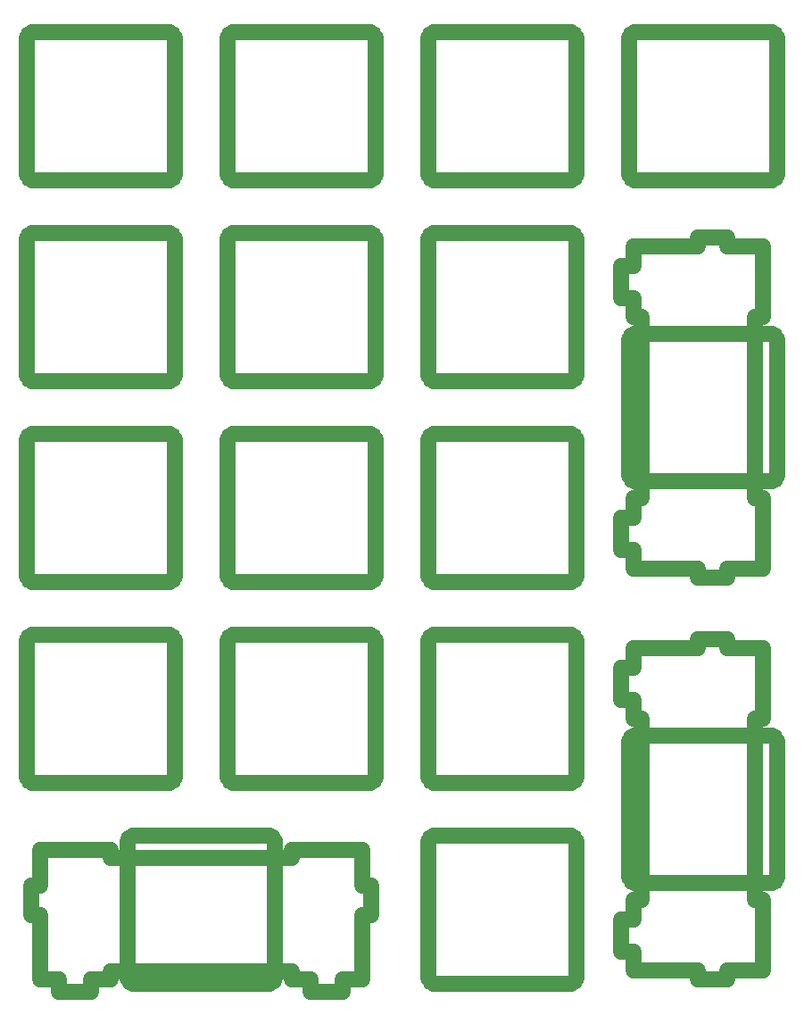
<source format=gbr>
%TF.GenerationSoftware,KiCad,Pcbnew,(6.0.7)*%
%TF.CreationDate,2022-10-13T01:28:40-05:00*%
%TF.ProjectId,Container65PLATE,436f6e74-6169-46e6-9572-3635504c4154,rev?*%
%TF.SameCoordinates,Original*%
%TF.FileFunction,Soldermask,Top*%
%TF.FilePolarity,Negative*%
%FSLAX46Y46*%
G04 Gerber Fmt 4.6, Leading zero omitted, Abs format (unit mm)*
G04 Created by KiCad (PCBNEW (6.0.7)) date 2022-10-13 01:28:40*
%MOMM*%
%LPD*%
G01*
G04 APERTURE LIST*
%ADD10C,1.500000*%
G04 APERTURE END LIST*
D10*
X97637500Y-122093750D02*
G75*
G03*
X98137500Y-121593750I0J500000D01*
G01*
X84137500Y-121593750D02*
G75*
G03*
X84637500Y-122093750I500000J0D01*
G01*
X98137500Y-108593750D02*
G75*
G03*
X97637500Y-108093750I-500000J0D01*
G01*
X84637500Y-108093750D02*
G75*
G03*
X84137500Y-108593750I0J-500000D01*
G01*
X98137500Y-108593750D02*
X98137500Y-121593750D01*
X84137500Y-108593750D02*
X84137500Y-121593750D01*
X84637500Y-122093750D02*
X97637500Y-122093750D01*
X84637500Y-108093750D02*
X97637500Y-108093750D01*
X77827900Y-112807750D02*
X77827900Y-109404150D01*
X78691500Y-112807750D02*
X77827900Y-112807750D01*
X78691500Y-115601750D02*
X78691500Y-112807750D01*
X77827900Y-115601750D02*
X78691500Y-115601750D01*
X77827900Y-121697750D02*
X77827900Y-115601750D01*
X76024500Y-121697750D02*
X77827900Y-121697750D01*
X76024500Y-122866150D02*
X76024500Y-121697750D01*
X72976500Y-122866150D02*
X76024500Y-122866150D01*
X72976500Y-121697750D02*
X72976500Y-122866150D01*
X71173100Y-121697750D02*
X72976500Y-121697750D01*
X71173100Y-120910350D02*
X71173100Y-121697750D01*
X62562500Y-120910350D02*
X71173100Y-120910350D01*
X71173100Y-110216950D02*
X62562500Y-110216950D01*
X71173100Y-109404150D02*
X71173100Y-110216950D01*
X77827900Y-109404150D02*
X71173100Y-109404150D01*
X47297100Y-112807750D02*
X47297100Y-109404150D01*
X46433500Y-112807750D02*
X47297100Y-112807750D01*
X46433500Y-115601750D02*
X46433500Y-112807750D01*
X47297100Y-115601750D02*
X46433500Y-115601750D01*
X47297100Y-121697750D02*
X47297100Y-115601750D01*
X49100500Y-121697750D02*
X47297100Y-121697750D01*
X49100500Y-122866150D02*
X49100500Y-121697750D01*
X52148500Y-122866150D02*
X49100500Y-122866150D01*
X52148500Y-121697750D02*
X52148500Y-122866150D01*
X53951900Y-121697750D02*
X52148500Y-121697750D01*
X53951900Y-120910350D02*
X53951900Y-121697750D01*
X62562500Y-120910350D02*
X53951900Y-120910350D01*
X53951900Y-110216950D02*
X62562500Y-110216950D01*
X53951900Y-109404150D02*
X53951900Y-110216950D01*
X47297100Y-109404150D02*
X53951900Y-109404150D01*
X69062500Y-122093750D02*
G75*
G03*
X69562500Y-121593750I0J500000D01*
G01*
X55562500Y-121593750D02*
G75*
G03*
X56062500Y-122093750I500000J0D01*
G01*
X69562500Y-108593750D02*
G75*
G03*
X69062500Y-108093750I-500000J0D01*
G01*
X56062500Y-108093750D02*
G75*
G03*
X55562500Y-108593750I0J-500000D01*
G01*
X69562500Y-108593750D02*
X69562500Y-121593750D01*
X55562500Y-108593750D02*
X55562500Y-121593750D01*
X56062500Y-122093750D02*
X69062500Y-122093750D01*
X56062500Y-108093750D02*
X69062500Y-108093750D01*
X112473500Y-120834150D02*
X115877100Y-120834150D01*
X112473500Y-121697750D02*
X112473500Y-120834150D01*
X109679500Y-121697750D02*
X112473500Y-121697750D01*
X109679500Y-120834150D02*
X109679500Y-121697750D01*
X103583500Y-120834150D02*
X109679500Y-120834150D01*
X103583500Y-119030750D02*
X103583500Y-120834150D01*
X102415100Y-119030750D02*
X103583500Y-119030750D01*
X102415100Y-115982750D02*
X102415100Y-119030750D01*
X103583500Y-115982750D02*
X102415100Y-115982750D01*
X103583500Y-114179350D02*
X103583500Y-115982750D01*
X104370900Y-114179350D02*
X103583500Y-114179350D01*
X104370900Y-105568750D02*
X104370900Y-114179350D01*
X115064300Y-114179350D02*
X115064300Y-105568750D01*
X115877100Y-114179350D02*
X115064300Y-114179350D01*
X115877100Y-120834150D02*
X115877100Y-114179350D01*
X112473500Y-90303350D02*
X115877100Y-90303350D01*
X112473500Y-89439750D02*
X112473500Y-90303350D01*
X109679500Y-89439750D02*
X112473500Y-89439750D01*
X109679500Y-90303350D02*
X109679500Y-89439750D01*
X103583500Y-90303350D02*
X109679500Y-90303350D01*
X103583500Y-92106750D02*
X103583500Y-90303350D01*
X102415100Y-92106750D02*
X103583500Y-92106750D01*
X102415100Y-95154750D02*
X102415100Y-92106750D01*
X103583500Y-95154750D02*
X102415100Y-95154750D01*
X103583500Y-96958150D02*
X103583500Y-95154750D01*
X104370900Y-96958150D02*
X103583500Y-96958150D01*
X104370900Y-105568750D02*
X104370900Y-96958150D01*
X115064300Y-96958150D02*
X115064300Y-105568750D01*
X115877100Y-96958150D02*
X115064300Y-96958150D01*
X115877100Y-90303350D02*
X115877100Y-96958150D01*
X103187500Y-112068750D02*
G75*
G03*
X103687500Y-112568750I500000J0D01*
G01*
X103687500Y-98568750D02*
G75*
G03*
X103187500Y-99068750I0J-500000D01*
G01*
X116687500Y-112568750D02*
G75*
G03*
X117187500Y-112068750I0J500000D01*
G01*
X117187500Y-99068750D02*
G75*
G03*
X116687500Y-98568750I-500000J0D01*
G01*
X116687500Y-112568750D02*
X103687500Y-112568750D01*
X116687500Y-98568750D02*
X103687500Y-98568750D01*
X103187500Y-99068750D02*
X103187500Y-112068750D01*
X117187500Y-99068750D02*
X117187500Y-112068750D01*
X112473500Y-120834150D02*
X115877100Y-120834150D01*
X112473500Y-121697750D02*
X112473500Y-120834150D01*
X109679500Y-121697750D02*
X112473500Y-121697750D01*
X109679500Y-120834150D02*
X109679500Y-121697750D01*
X103583500Y-120834150D02*
X109679500Y-120834150D01*
X103583500Y-119030750D02*
X103583500Y-120834150D01*
X102415100Y-119030750D02*
X103583500Y-119030750D01*
X102415100Y-115982750D02*
X102415100Y-119030750D01*
X103583500Y-115982750D02*
X102415100Y-115982750D01*
X103583500Y-114179350D02*
X103583500Y-115982750D01*
X104370900Y-114179350D02*
X103583500Y-114179350D01*
X104370900Y-105568750D02*
X104370900Y-114179350D01*
X115064300Y-114179350D02*
X115064300Y-105568750D01*
X115877100Y-114179350D02*
X115064300Y-114179350D01*
X115877100Y-120834150D02*
X115877100Y-114179350D01*
X112473500Y-90303350D02*
X115877100Y-90303350D01*
X112473500Y-89439750D02*
X112473500Y-90303350D01*
X109679500Y-89439750D02*
X112473500Y-89439750D01*
X109679500Y-90303350D02*
X109679500Y-89439750D01*
X103583500Y-90303350D02*
X109679500Y-90303350D01*
X103583500Y-92106750D02*
X103583500Y-90303350D01*
X102415100Y-92106750D02*
X103583500Y-92106750D01*
X102415100Y-95154750D02*
X102415100Y-92106750D01*
X103583500Y-95154750D02*
X102415100Y-95154750D01*
X103583500Y-96958150D02*
X103583500Y-95154750D01*
X104370900Y-96958150D02*
X103583500Y-96958150D01*
X104370900Y-105568750D02*
X104370900Y-96958150D01*
X115064300Y-96958150D02*
X115064300Y-105568750D01*
X115877100Y-96958150D02*
X115064300Y-96958150D01*
X115877100Y-90303350D02*
X115877100Y-96958150D01*
X103187500Y-112068750D02*
G75*
G03*
X103687500Y-112568750I500000J0D01*
G01*
X103687500Y-98568750D02*
G75*
G03*
X103187500Y-99068750I0J-500000D01*
G01*
X116687500Y-112568750D02*
G75*
G03*
X117187500Y-112068750I0J500000D01*
G01*
X117187500Y-99068750D02*
G75*
G03*
X116687500Y-98568750I-500000J0D01*
G01*
X116687500Y-112568750D02*
X103687500Y-112568750D01*
X116687500Y-98568750D02*
X103687500Y-98568750D01*
X103187500Y-99068750D02*
X103187500Y-112068750D01*
X117187500Y-99068750D02*
X117187500Y-112068750D01*
X97637500Y-103043750D02*
G75*
G03*
X98137500Y-102543750I0J500000D01*
G01*
X84137500Y-102543750D02*
G75*
G03*
X84637500Y-103043750I500000J0D01*
G01*
X98137500Y-89543750D02*
G75*
G03*
X97637500Y-89043750I-500000J0D01*
G01*
X84637500Y-89043750D02*
G75*
G03*
X84137500Y-89543750I0J-500000D01*
G01*
X98137500Y-89543750D02*
X98137500Y-102543750D01*
X84137500Y-89543750D02*
X84137500Y-102543750D01*
X84637500Y-103043750D02*
X97637500Y-103043750D01*
X84637500Y-89043750D02*
X97637500Y-89043750D01*
X78587500Y-103043750D02*
G75*
G03*
X79087500Y-102543750I0J500000D01*
G01*
X65087500Y-102543750D02*
G75*
G03*
X65587500Y-103043750I500000J0D01*
G01*
X79087500Y-89543750D02*
G75*
G03*
X78587500Y-89043750I-500000J0D01*
G01*
X65587500Y-89043750D02*
G75*
G03*
X65087500Y-89543750I0J-500000D01*
G01*
X79087500Y-89543750D02*
X79087500Y-102543750D01*
X65087500Y-89543750D02*
X65087500Y-102543750D01*
X65587500Y-103043750D02*
X78587500Y-103043750D01*
X65587500Y-89043750D02*
X78587500Y-89043750D01*
X59537500Y-103043750D02*
G75*
G03*
X60037500Y-102543750I0J500000D01*
G01*
X46037500Y-102543750D02*
G75*
G03*
X46537500Y-103043750I500000J0D01*
G01*
X60037500Y-89543750D02*
G75*
G03*
X59537500Y-89043750I-500000J0D01*
G01*
X46537500Y-89043750D02*
G75*
G03*
X46037500Y-89543750I0J-500000D01*
G01*
X60037500Y-89543750D02*
X60037500Y-102543750D01*
X46037500Y-89543750D02*
X46037500Y-102543750D01*
X46537500Y-103043750D02*
X59537500Y-103043750D01*
X46537500Y-89043750D02*
X59537500Y-89043750D01*
X97637500Y-83993750D02*
G75*
G03*
X98137500Y-83493750I0J500000D01*
G01*
X84137500Y-83493750D02*
G75*
G03*
X84637500Y-83993750I500000J0D01*
G01*
X98137500Y-70493750D02*
G75*
G03*
X97637500Y-69993750I-500000J0D01*
G01*
X84637500Y-69993750D02*
G75*
G03*
X84137500Y-70493750I0J-500000D01*
G01*
X98137500Y-70493750D02*
X98137500Y-83493750D01*
X84137500Y-70493750D02*
X84137500Y-83493750D01*
X84637500Y-83993750D02*
X97637500Y-83993750D01*
X84637500Y-69993750D02*
X97637500Y-69993750D01*
X78587500Y-83993750D02*
G75*
G03*
X79087500Y-83493750I0J500000D01*
G01*
X65087500Y-83493750D02*
G75*
G03*
X65587500Y-83993750I500000J0D01*
G01*
X79087500Y-70493750D02*
G75*
G03*
X78587500Y-69993750I-500000J0D01*
G01*
X65587500Y-69993750D02*
G75*
G03*
X65087500Y-70493750I0J-500000D01*
G01*
X79087500Y-70493750D02*
X79087500Y-83493750D01*
X65087500Y-70493750D02*
X65087500Y-83493750D01*
X65587500Y-83993750D02*
X78587500Y-83993750D01*
X65587500Y-69993750D02*
X78587500Y-69993750D01*
X59537500Y-83993750D02*
G75*
G03*
X60037500Y-83493750I0J500000D01*
G01*
X46037500Y-83493750D02*
G75*
G03*
X46537500Y-83993750I500000J0D01*
G01*
X60037500Y-70493750D02*
G75*
G03*
X59537500Y-69993750I-500000J0D01*
G01*
X46537500Y-69993750D02*
G75*
G03*
X46037500Y-70493750I0J-500000D01*
G01*
X60037500Y-70493750D02*
X60037500Y-83493750D01*
X46037500Y-70493750D02*
X46037500Y-83493750D01*
X46537500Y-83993750D02*
X59537500Y-83993750D01*
X46537500Y-69993750D02*
X59537500Y-69993750D01*
X112473500Y-82734150D02*
X115877100Y-82734150D01*
X112473500Y-83597750D02*
X112473500Y-82734150D01*
X109679500Y-83597750D02*
X112473500Y-83597750D01*
X109679500Y-82734150D02*
X109679500Y-83597750D01*
X103583500Y-82734150D02*
X109679500Y-82734150D01*
X103583500Y-80930750D02*
X103583500Y-82734150D01*
X102415100Y-80930750D02*
X103583500Y-80930750D01*
X102415100Y-77882750D02*
X102415100Y-80930750D01*
X103583500Y-77882750D02*
X102415100Y-77882750D01*
X103583500Y-76079350D02*
X103583500Y-77882750D01*
X104370900Y-76079350D02*
X103583500Y-76079350D01*
X104370900Y-67468750D02*
X104370900Y-76079350D01*
X115064300Y-76079350D02*
X115064300Y-67468750D01*
X115877100Y-76079350D02*
X115064300Y-76079350D01*
X115877100Y-82734150D02*
X115877100Y-76079350D01*
X112473500Y-52203350D02*
X115877100Y-52203350D01*
X112473500Y-51339750D02*
X112473500Y-52203350D01*
X109679500Y-51339750D02*
X112473500Y-51339750D01*
X109679500Y-52203350D02*
X109679500Y-51339750D01*
X103583500Y-52203350D02*
X109679500Y-52203350D01*
X103583500Y-54006750D02*
X103583500Y-52203350D01*
X102415100Y-54006750D02*
X103583500Y-54006750D01*
X102415100Y-57054750D02*
X102415100Y-54006750D01*
X103583500Y-57054750D02*
X102415100Y-57054750D01*
X103583500Y-58858150D02*
X103583500Y-57054750D01*
X104370900Y-58858150D02*
X103583500Y-58858150D01*
X104370900Y-67468750D02*
X104370900Y-58858150D01*
X115064300Y-58858150D02*
X115064300Y-67468750D01*
X115877100Y-58858150D02*
X115064300Y-58858150D01*
X115877100Y-52203350D02*
X115877100Y-58858150D01*
X103187500Y-73968750D02*
G75*
G03*
X103687500Y-74468750I500000J0D01*
G01*
X103687500Y-60468750D02*
G75*
G03*
X103187500Y-60968750I0J-500000D01*
G01*
X116687500Y-74468750D02*
G75*
G03*
X117187500Y-73968750I0J500000D01*
G01*
X117187500Y-60968750D02*
G75*
G03*
X116687500Y-60468750I-500000J0D01*
G01*
X116687500Y-74468750D02*
X103687500Y-74468750D01*
X116687500Y-60468750D02*
X103687500Y-60468750D01*
X103187500Y-60968750D02*
X103187500Y-73968750D01*
X117187500Y-60968750D02*
X117187500Y-73968750D01*
X97637500Y-64943750D02*
G75*
G03*
X98137500Y-64443750I0J500000D01*
G01*
X84137500Y-64443750D02*
G75*
G03*
X84637500Y-64943750I500000J0D01*
G01*
X98137500Y-51443750D02*
G75*
G03*
X97637500Y-50943750I-500000J0D01*
G01*
X84637500Y-50943750D02*
G75*
G03*
X84137500Y-51443750I0J-500000D01*
G01*
X98137500Y-51443750D02*
X98137500Y-64443750D01*
X84137500Y-51443750D02*
X84137500Y-64443750D01*
X84637500Y-64943750D02*
X97637500Y-64943750D01*
X84637500Y-50943750D02*
X97637500Y-50943750D01*
X78587500Y-64943750D02*
G75*
G03*
X79087500Y-64443750I0J500000D01*
G01*
X65087500Y-64443750D02*
G75*
G03*
X65587500Y-64943750I500000J0D01*
G01*
X79087500Y-51443750D02*
G75*
G03*
X78587500Y-50943750I-500000J0D01*
G01*
X65587500Y-50943750D02*
G75*
G03*
X65087500Y-51443750I0J-500000D01*
G01*
X79087500Y-51443750D02*
X79087500Y-64443750D01*
X65087500Y-51443750D02*
X65087500Y-64443750D01*
X65587500Y-64943750D02*
X78587500Y-64943750D01*
X65587500Y-50943750D02*
X78587500Y-50943750D01*
X59537500Y-64943750D02*
G75*
G03*
X60037500Y-64443750I0J500000D01*
G01*
X46037500Y-64443750D02*
G75*
G03*
X46537500Y-64943750I500000J0D01*
G01*
X60037500Y-51443750D02*
G75*
G03*
X59537500Y-50943750I-500000J0D01*
G01*
X46537500Y-50943750D02*
G75*
G03*
X46037500Y-51443750I0J-500000D01*
G01*
X60037500Y-51443750D02*
X60037500Y-64443750D01*
X46037500Y-51443750D02*
X46037500Y-64443750D01*
X46537500Y-64943750D02*
X59537500Y-64943750D01*
X46537500Y-50943750D02*
X59537500Y-50943750D01*
X116687500Y-45893750D02*
G75*
G03*
X117187500Y-45393750I0J500000D01*
G01*
X103187500Y-45393750D02*
G75*
G03*
X103687500Y-45893750I500000J0D01*
G01*
X117187500Y-32393750D02*
G75*
G03*
X116687500Y-31893750I-500000J0D01*
G01*
X103687500Y-31893750D02*
G75*
G03*
X103187500Y-32393750I0J-500000D01*
G01*
X117187500Y-32393750D02*
X117187500Y-45393750D01*
X103187500Y-32393750D02*
X103187500Y-45393750D01*
X103687500Y-45893750D02*
X116687500Y-45893750D01*
X103687500Y-31893750D02*
X116687500Y-31893750D01*
X97637500Y-45893750D02*
G75*
G03*
X98137500Y-45393750I0J500000D01*
G01*
X84137500Y-45393750D02*
G75*
G03*
X84637500Y-45893750I500000J0D01*
G01*
X98137500Y-32393750D02*
G75*
G03*
X97637500Y-31893750I-500000J0D01*
G01*
X84637500Y-31893750D02*
G75*
G03*
X84137500Y-32393750I0J-500000D01*
G01*
X98137500Y-32393750D02*
X98137500Y-45393750D01*
X84137500Y-32393750D02*
X84137500Y-45393750D01*
X84637500Y-45893750D02*
X97637500Y-45893750D01*
X84637500Y-31893750D02*
X97637500Y-31893750D01*
X78587500Y-45893750D02*
G75*
G03*
X79087500Y-45393750I0J500000D01*
G01*
X65087500Y-45393750D02*
G75*
G03*
X65587500Y-45893750I500000J0D01*
G01*
X79087500Y-32393750D02*
G75*
G03*
X78587500Y-31893750I-500000J0D01*
G01*
X65587500Y-31893750D02*
G75*
G03*
X65087500Y-32393750I0J-500000D01*
G01*
X79087500Y-32393750D02*
X79087500Y-45393750D01*
X65087500Y-32393750D02*
X65087500Y-45393750D01*
X65587500Y-45893750D02*
X78587500Y-45893750D01*
X65587500Y-31893750D02*
X78587500Y-31893750D01*
X59537500Y-45893750D02*
G75*
G03*
X60037500Y-45393750I0J500000D01*
G01*
X46037500Y-45393750D02*
G75*
G03*
X46537500Y-45893750I500000J0D01*
G01*
X60037500Y-32393750D02*
G75*
G03*
X59537500Y-31893750I-500000J0D01*
G01*
X46537500Y-31893750D02*
G75*
G03*
X46037500Y-32393750I0J-500000D01*
G01*
X60037500Y-32393750D02*
X60037500Y-45393750D01*
X46037500Y-32393750D02*
X46037500Y-45393750D01*
X46537500Y-45893750D02*
X59537500Y-45893750D01*
X46537500Y-31893750D02*
X59537500Y-31893750D01*
M02*

</source>
